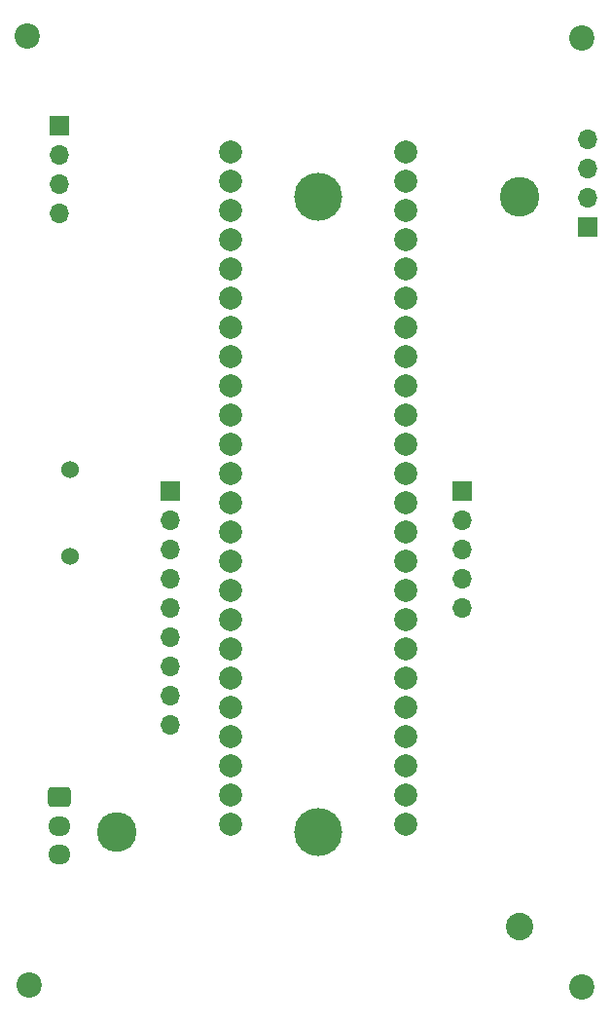
<source format=gbr>
%TF.GenerationSoftware,KiCad,Pcbnew,7.0.7*%
%TF.CreationDate,2024-05-20T18:34:11-04:00*%
%TF.ProjectId,LVPD-board_v2,4c565044-2d62-46f6-9172-645f76322e6b,rev?*%
%TF.SameCoordinates,Original*%
%TF.FileFunction,Soldermask,Top*%
%TF.FilePolarity,Negative*%
%FSLAX46Y46*%
G04 Gerber Fmt 4.6, Leading zero omitted, Abs format (unit mm)*
G04 Created by KiCad (PCBNEW 7.0.7) date 2024-05-20 18:34:11*
%MOMM*%
%LPD*%
G01*
G04 APERTURE LIST*
G04 Aperture macros list*
%AMRoundRect*
0 Rectangle with rounded corners*
0 $1 Rounding radius*
0 $2 $3 $4 $5 $6 $7 $8 $9 X,Y pos of 4 corners*
0 Add a 4 corners polygon primitive as box body*
4,1,4,$2,$3,$4,$5,$6,$7,$8,$9,$2,$3,0*
0 Add four circle primitives for the rounded corners*
1,1,$1+$1,$2,$3*
1,1,$1+$1,$4,$5*
1,1,$1+$1,$6,$7*
1,1,$1+$1,$8,$9*
0 Add four rect primitives between the rounded corners*
20,1,$1+$1,$2,$3,$4,$5,0*
20,1,$1+$1,$4,$5,$6,$7,0*
20,1,$1+$1,$6,$7,$8,$9,0*
20,1,$1+$1,$8,$9,$2,$3,0*%
G04 Aperture macros list end*
%ADD10R,1.700000X1.700000*%
%ADD11O,1.700000X1.700000*%
%ADD12RoundRect,0.250000X-0.725000X0.600000X-0.725000X-0.600000X0.725000X-0.600000X0.725000X0.600000X0*%
%ADD13O,1.950000X1.700000*%
%ADD14C,2.200000*%
%ADD15C,1.524000*%
%ADD16C,2.000000*%
%ADD17C,3.450000*%
%ADD18C,4.170000*%
%ADD19C,2.390000*%
G04 APERTURE END LIST*
D10*
%TO.C,J4*%
X115625000Y-90950000D03*
D11*
X115625000Y-93490000D03*
X115625000Y-96030000D03*
X115625000Y-98570000D03*
X115625000Y-101110000D03*
X115625000Y-103650000D03*
X115625000Y-106190000D03*
X115625000Y-108730000D03*
X115625000Y-111270000D03*
%TD*%
D10*
%TO.C,J1*%
X152000000Y-68000000D03*
D11*
X152000000Y-65460000D03*
X152000000Y-62920000D03*
X152000000Y-60380000D03*
%TD*%
D12*
%TO.C,J2*%
X106025000Y-117500000D03*
D13*
X106025000Y-120000000D03*
X106025000Y-122500000D03*
%TD*%
D14*
%TO.C,H4*%
X151500000Y-134000000D03*
%TD*%
D15*
%TO.C,BZ1*%
X106900000Y-96550000D03*
X106900000Y-89050000D03*
%TD*%
D10*
%TO.C,J3*%
X106000000Y-59200000D03*
D11*
X106000000Y-61740000D03*
X106000000Y-64280000D03*
X106000000Y-66820000D03*
%TD*%
D14*
%TO.C,H1*%
X151500000Y-51500000D03*
%TD*%
D16*
%TO.C,Teensy4.1*%
X120880000Y-61440000D03*
X120880000Y-63980000D03*
X120880000Y-66520000D03*
X120880000Y-69060000D03*
X120880000Y-71600000D03*
X120880000Y-74140000D03*
X120880000Y-76680000D03*
X120880000Y-79220000D03*
X120880000Y-81760000D03*
X120880000Y-84300000D03*
X120880000Y-86840000D03*
X120880000Y-89380000D03*
X120880000Y-91920000D03*
X120880000Y-94460000D03*
X120880000Y-97000000D03*
X120880000Y-99540000D03*
X120880000Y-102080000D03*
X120880000Y-104620000D03*
X120880000Y-107160000D03*
X120880000Y-109700000D03*
X120880000Y-112240000D03*
X120880000Y-114780000D03*
X120880000Y-117320000D03*
X120880000Y-119860000D03*
X136120000Y-119860000D03*
X136120000Y-117320000D03*
X136120000Y-114780000D03*
X136120000Y-112240000D03*
X136120000Y-109700000D03*
X136120000Y-107160000D03*
X136120000Y-104620000D03*
X136120000Y-102080000D03*
X136120000Y-99540000D03*
X136120000Y-97000000D03*
X136120000Y-94460000D03*
X136120000Y-91920000D03*
X136120000Y-89380000D03*
X136120000Y-86840000D03*
X136120000Y-84300000D03*
X136120000Y-81760000D03*
X136120000Y-79220000D03*
X136120000Y-76680000D03*
X136120000Y-74140000D03*
X136120000Y-71600000D03*
X136120000Y-69060000D03*
X136120000Y-66520000D03*
X136120000Y-63980000D03*
X136120000Y-61440000D03*
%TD*%
D14*
%TO.C,H2*%
X103200000Y-51400000D03*
%TD*%
D10*
%TO.C,J5*%
X141025000Y-90950000D03*
D11*
X141025000Y-93490000D03*
X141025000Y-96030000D03*
X141025000Y-98570000D03*
X141025000Y-101110000D03*
%TD*%
D14*
%TO.C,H5*%
X103400000Y-133800000D03*
%TD*%
D17*
%TO.C,BAT1*%
X146010000Y-65300000D03*
D18*
X128505000Y-65300000D03*
X128505000Y-120500000D03*
D17*
X111000000Y-120500000D03*
D19*
X146010000Y-128720000D03*
%TD*%
M02*

</source>
